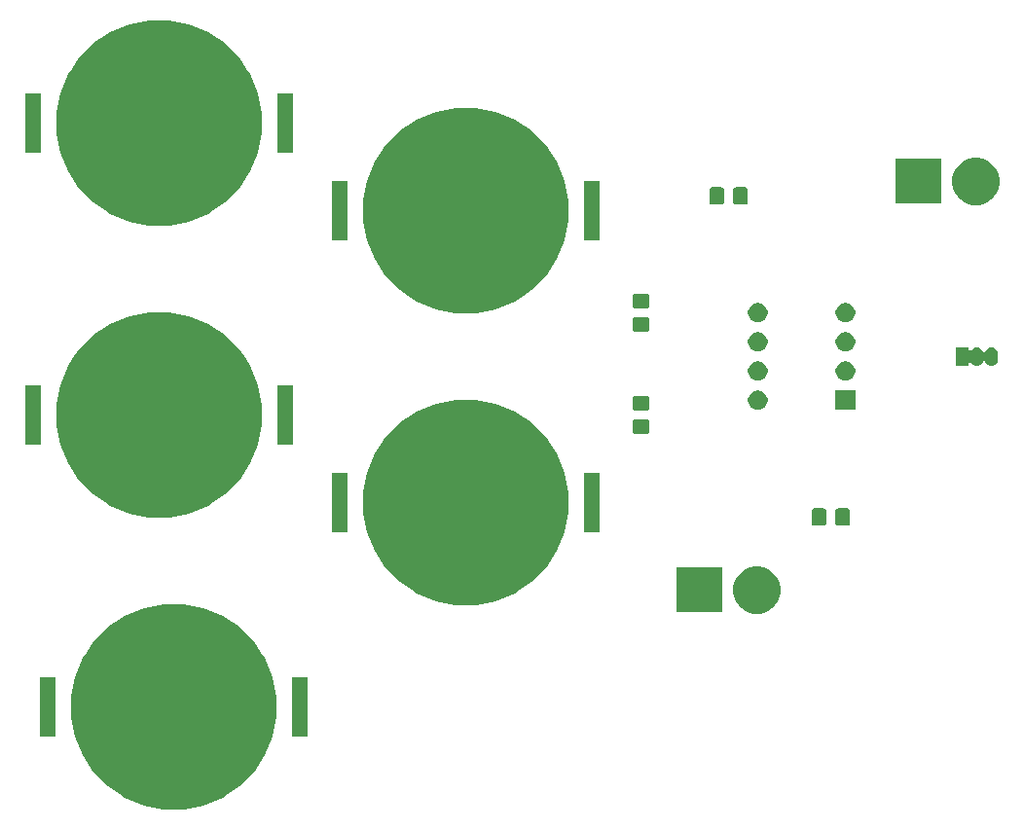
<source format=gbr>
G04 #@! TF.GenerationSoftware,KiCad,Pcbnew,(5.1.5-0-10_14)*
G04 #@! TF.CreationDate,2020-05-17T15:29:12+03:00*
G04 #@! TF.ProjectId,final,66696e61-6c2e-46b6-9963-61645f706362,rev?*
G04 #@! TF.SameCoordinates,Original*
G04 #@! TF.FileFunction,Soldermask,Top*
G04 #@! TF.FilePolarity,Negative*
%FSLAX46Y46*%
G04 Gerber Fmt 4.6, Leading zero omitted, Abs format (unit mm)*
G04 Created by KiCad (PCBNEW (5.1.5-0-10_14)) date 2020-05-17 15:29:12*
%MOMM*%
%LPD*%
G04 APERTURE LIST*
%ADD10C,0.100000*%
G04 APERTURE END LIST*
D10*
G36*
X104210909Y-122202981D02*
G01*
X105839887Y-122877726D01*
X105839888Y-122877727D01*
X107305930Y-123857304D01*
X108552696Y-125104070D01*
X109207228Y-126083648D01*
X109532274Y-126570113D01*
X110207019Y-128199091D01*
X110551000Y-129928402D01*
X110551000Y-131691598D01*
X110207019Y-133420909D01*
X109532274Y-135049887D01*
X109532273Y-135049888D01*
X108552696Y-136515930D01*
X107305930Y-137762696D01*
X106326352Y-138417228D01*
X105839887Y-138742274D01*
X104210909Y-139417019D01*
X102481598Y-139761000D01*
X100718402Y-139761000D01*
X98989091Y-139417019D01*
X97360113Y-138742274D01*
X96873648Y-138417228D01*
X95894070Y-137762696D01*
X94647304Y-136515930D01*
X93667727Y-135049888D01*
X93667726Y-135049887D01*
X92992981Y-133420909D01*
X92649000Y-131691598D01*
X92649000Y-129928402D01*
X92992981Y-128199091D01*
X93667726Y-126570113D01*
X93992772Y-126083648D01*
X94647304Y-125104070D01*
X95894070Y-123857304D01*
X97360112Y-122877727D01*
X97360113Y-122877726D01*
X98989091Y-122202981D01*
X100718402Y-121859000D01*
X102481598Y-121859000D01*
X104210909Y-122202981D01*
G37*
G36*
X113271000Y-133401000D02*
G01*
X111899000Y-133401000D01*
X111899000Y-128219000D01*
X113271000Y-128219000D01*
X113271000Y-133401000D01*
G37*
G36*
X91301000Y-133401000D02*
G01*
X89929000Y-133401000D01*
X89929000Y-128219000D01*
X91301000Y-128219000D01*
X91301000Y-133401000D01*
G37*
G36*
X152918254Y-118677818D02*
G01*
X153291511Y-118832426D01*
X153291513Y-118832427D01*
X153627436Y-119056884D01*
X153913116Y-119342564D01*
X154137574Y-119678489D01*
X154292182Y-120051746D01*
X154371000Y-120447993D01*
X154371000Y-120852007D01*
X154292182Y-121248254D01*
X154137574Y-121621511D01*
X154137573Y-121621513D01*
X153913116Y-121957436D01*
X153627436Y-122243116D01*
X153291513Y-122467573D01*
X153291512Y-122467574D01*
X153291511Y-122467574D01*
X152918254Y-122622182D01*
X152522007Y-122701000D01*
X152117993Y-122701000D01*
X151721746Y-122622182D01*
X151348489Y-122467574D01*
X151348488Y-122467574D01*
X151348487Y-122467573D01*
X151012564Y-122243116D01*
X150726884Y-121957436D01*
X150502427Y-121621513D01*
X150502426Y-121621511D01*
X150347818Y-121248254D01*
X150269000Y-120852007D01*
X150269000Y-120447993D01*
X150347818Y-120051746D01*
X150502426Y-119678489D01*
X150726884Y-119342564D01*
X151012564Y-119056884D01*
X151348487Y-118832427D01*
X151348489Y-118832426D01*
X151721746Y-118677818D01*
X152117993Y-118599000D01*
X152522007Y-118599000D01*
X152918254Y-118677818D01*
G37*
G36*
X149271000Y-122601000D02*
G01*
X145369000Y-122601000D01*
X145369000Y-118699000D01*
X149271000Y-118699000D01*
X149271000Y-122601000D01*
G37*
G36*
X129610909Y-104422981D02*
G01*
X131239887Y-105097726D01*
X131239888Y-105097727D01*
X132705930Y-106077304D01*
X133952696Y-107324070D01*
X134405006Y-108001000D01*
X134932274Y-108790113D01*
X135607019Y-110419091D01*
X135951000Y-112148402D01*
X135951000Y-113911598D01*
X135607019Y-115640909D01*
X134932274Y-117269887D01*
X134932273Y-117269888D01*
X133952696Y-118735930D01*
X132705930Y-119982696D01*
X131726352Y-120637228D01*
X131239887Y-120962274D01*
X129610909Y-121637019D01*
X127881598Y-121981000D01*
X126118402Y-121981000D01*
X124389091Y-121637019D01*
X122760113Y-120962274D01*
X122273648Y-120637228D01*
X121294070Y-119982696D01*
X120047304Y-118735930D01*
X119067727Y-117269888D01*
X119067726Y-117269887D01*
X118392981Y-115640909D01*
X118049000Y-113911598D01*
X118049000Y-112148402D01*
X118392981Y-110419091D01*
X119067726Y-108790113D01*
X119594994Y-108001000D01*
X120047304Y-107324070D01*
X121294070Y-106077304D01*
X122760112Y-105097727D01*
X122760113Y-105097726D01*
X124389091Y-104422981D01*
X126118402Y-104079000D01*
X127881598Y-104079000D01*
X129610909Y-104422981D01*
G37*
G36*
X138671000Y-115621000D02*
G01*
X137299000Y-115621000D01*
X137299000Y-110439000D01*
X138671000Y-110439000D01*
X138671000Y-115621000D01*
G37*
G36*
X116701000Y-115621000D02*
G01*
X115329000Y-115621000D01*
X115329000Y-110439000D01*
X116701000Y-110439000D01*
X116701000Y-115621000D01*
G37*
G36*
X160238674Y-113553465D02*
G01*
X160276367Y-113564899D01*
X160311103Y-113583466D01*
X160341548Y-113608452D01*
X160366534Y-113638897D01*
X160385101Y-113673633D01*
X160396535Y-113711326D01*
X160401000Y-113756661D01*
X160401000Y-114843339D01*
X160396535Y-114888674D01*
X160385101Y-114926367D01*
X160366534Y-114961103D01*
X160341548Y-114991548D01*
X160311103Y-115016534D01*
X160276367Y-115035101D01*
X160238674Y-115046535D01*
X160193339Y-115051000D01*
X159356661Y-115051000D01*
X159311326Y-115046535D01*
X159273633Y-115035101D01*
X159238897Y-115016534D01*
X159208452Y-114991548D01*
X159183466Y-114961103D01*
X159164899Y-114926367D01*
X159153465Y-114888674D01*
X159149000Y-114843339D01*
X159149000Y-113756661D01*
X159153465Y-113711326D01*
X159164899Y-113673633D01*
X159183466Y-113638897D01*
X159208452Y-113608452D01*
X159238897Y-113583466D01*
X159273633Y-113564899D01*
X159311326Y-113553465D01*
X159356661Y-113549000D01*
X160193339Y-113549000D01*
X160238674Y-113553465D01*
G37*
G36*
X158188674Y-113553465D02*
G01*
X158226367Y-113564899D01*
X158261103Y-113583466D01*
X158291548Y-113608452D01*
X158316534Y-113638897D01*
X158335101Y-113673633D01*
X158346535Y-113711326D01*
X158351000Y-113756661D01*
X158351000Y-114843339D01*
X158346535Y-114888674D01*
X158335101Y-114926367D01*
X158316534Y-114961103D01*
X158291548Y-114991548D01*
X158261103Y-115016534D01*
X158226367Y-115035101D01*
X158188674Y-115046535D01*
X158143339Y-115051000D01*
X157306661Y-115051000D01*
X157261326Y-115046535D01*
X157223633Y-115035101D01*
X157188897Y-115016534D01*
X157158452Y-114991548D01*
X157133466Y-114961103D01*
X157114899Y-114926367D01*
X157103465Y-114888674D01*
X157099000Y-114843339D01*
X157099000Y-113756661D01*
X157103465Y-113711326D01*
X157114899Y-113673633D01*
X157133466Y-113638897D01*
X157158452Y-113608452D01*
X157188897Y-113583466D01*
X157223633Y-113564899D01*
X157261326Y-113553465D01*
X157306661Y-113549000D01*
X158143339Y-113549000D01*
X158188674Y-113553465D01*
G37*
G36*
X102940909Y-96802981D02*
G01*
X104569887Y-97477726D01*
X104569888Y-97477727D01*
X106035930Y-98457304D01*
X107282696Y-99704070D01*
X107870170Y-100583288D01*
X108262274Y-101170113D01*
X108937019Y-102799091D01*
X109281000Y-104528402D01*
X109281000Y-106291598D01*
X108937019Y-108020909D01*
X108262274Y-109649887D01*
X108262273Y-109649888D01*
X107282696Y-111115930D01*
X106035930Y-112362696D01*
X105056352Y-113017228D01*
X104569887Y-113342274D01*
X102940909Y-114017019D01*
X101211598Y-114361000D01*
X99448402Y-114361000D01*
X97719091Y-114017019D01*
X96090113Y-113342274D01*
X95603648Y-113017228D01*
X94624070Y-112362696D01*
X93377304Y-111115930D01*
X92397727Y-109649888D01*
X92397726Y-109649887D01*
X91722981Y-108020909D01*
X91379000Y-106291598D01*
X91379000Y-104528402D01*
X91722981Y-102799091D01*
X92397726Y-101170113D01*
X92789830Y-100583288D01*
X93377304Y-99704070D01*
X94624070Y-98457304D01*
X96090112Y-97477727D01*
X96090113Y-97477726D01*
X97719091Y-96802981D01*
X99448402Y-96459000D01*
X101211598Y-96459000D01*
X102940909Y-96802981D01*
G37*
G36*
X112001000Y-108001000D02*
G01*
X110629000Y-108001000D01*
X110629000Y-102819000D01*
X112001000Y-102819000D01*
X112001000Y-108001000D01*
G37*
G36*
X90031000Y-108001000D02*
G01*
X88659000Y-108001000D01*
X88659000Y-102819000D01*
X90031000Y-102819000D01*
X90031000Y-108001000D01*
G37*
G36*
X142828674Y-105813465D02*
G01*
X142866367Y-105824899D01*
X142901103Y-105843466D01*
X142931548Y-105868452D01*
X142956534Y-105898897D01*
X142975101Y-105933633D01*
X142986535Y-105971326D01*
X142991000Y-106016661D01*
X142991000Y-106853339D01*
X142986535Y-106898674D01*
X142975101Y-106936367D01*
X142956534Y-106971103D01*
X142931548Y-107001548D01*
X142901103Y-107026534D01*
X142866367Y-107045101D01*
X142828674Y-107056535D01*
X142783339Y-107061000D01*
X141696661Y-107061000D01*
X141651326Y-107056535D01*
X141613633Y-107045101D01*
X141578897Y-107026534D01*
X141548452Y-107001548D01*
X141523466Y-106971103D01*
X141504899Y-106936367D01*
X141493465Y-106898674D01*
X141489000Y-106853339D01*
X141489000Y-106016661D01*
X141493465Y-105971326D01*
X141504899Y-105933633D01*
X141523466Y-105898897D01*
X141548452Y-105868452D01*
X141578897Y-105843466D01*
X141613633Y-105824899D01*
X141651326Y-105813465D01*
X141696661Y-105809000D01*
X142783339Y-105809000D01*
X142828674Y-105813465D01*
G37*
G36*
X142828674Y-103763465D02*
G01*
X142866367Y-103774899D01*
X142901103Y-103793466D01*
X142931548Y-103818452D01*
X142956534Y-103848897D01*
X142975101Y-103883633D01*
X142986535Y-103921326D01*
X142991000Y-103966661D01*
X142991000Y-104803339D01*
X142986535Y-104848674D01*
X142975101Y-104886367D01*
X142956534Y-104921103D01*
X142931548Y-104951548D01*
X142901103Y-104976534D01*
X142866367Y-104995101D01*
X142828674Y-105006535D01*
X142783339Y-105011000D01*
X141696661Y-105011000D01*
X141651326Y-105006535D01*
X141613633Y-104995101D01*
X141578897Y-104976534D01*
X141548452Y-104951548D01*
X141523466Y-104921103D01*
X141504899Y-104886367D01*
X141493465Y-104848674D01*
X141489000Y-104803339D01*
X141489000Y-103966661D01*
X141493465Y-103921326D01*
X141504899Y-103883633D01*
X141523466Y-103848897D01*
X141548452Y-103818452D01*
X141578897Y-103793466D01*
X141613633Y-103774899D01*
X141651326Y-103763465D01*
X141696661Y-103759000D01*
X142783339Y-103759000D01*
X142828674Y-103763465D01*
G37*
G36*
X160871000Y-104991000D02*
G01*
X159169000Y-104991000D01*
X159169000Y-103289000D01*
X160871000Y-103289000D01*
X160871000Y-104991000D01*
G37*
G36*
X152648228Y-103321703D02*
G01*
X152803100Y-103385853D01*
X152942481Y-103478985D01*
X153061015Y-103597519D01*
X153154147Y-103736900D01*
X153218297Y-103891772D01*
X153251000Y-104056184D01*
X153251000Y-104223816D01*
X153218297Y-104388228D01*
X153154147Y-104543100D01*
X153061015Y-104682481D01*
X152942481Y-104801015D01*
X152803100Y-104894147D01*
X152648228Y-104958297D01*
X152483816Y-104991000D01*
X152316184Y-104991000D01*
X152151772Y-104958297D01*
X151996900Y-104894147D01*
X151857519Y-104801015D01*
X151738985Y-104682481D01*
X151645853Y-104543100D01*
X151581703Y-104388228D01*
X151549000Y-104223816D01*
X151549000Y-104056184D01*
X151581703Y-103891772D01*
X151645853Y-103736900D01*
X151738985Y-103597519D01*
X151857519Y-103478985D01*
X151996900Y-103385853D01*
X152151772Y-103321703D01*
X152316184Y-103289000D01*
X152483816Y-103289000D01*
X152648228Y-103321703D01*
G37*
G36*
X160268228Y-100781703D02*
G01*
X160423100Y-100845853D01*
X160562481Y-100938985D01*
X160681015Y-101057519D01*
X160774147Y-101196900D01*
X160838297Y-101351772D01*
X160871000Y-101516184D01*
X160871000Y-101683816D01*
X160838297Y-101848228D01*
X160774147Y-102003100D01*
X160681015Y-102142481D01*
X160562481Y-102261015D01*
X160423100Y-102354147D01*
X160268228Y-102418297D01*
X160103816Y-102451000D01*
X159936184Y-102451000D01*
X159771772Y-102418297D01*
X159616900Y-102354147D01*
X159477519Y-102261015D01*
X159358985Y-102142481D01*
X159265853Y-102003100D01*
X159201703Y-101848228D01*
X159169000Y-101683816D01*
X159169000Y-101516184D01*
X159201703Y-101351772D01*
X159265853Y-101196900D01*
X159358985Y-101057519D01*
X159477519Y-100938985D01*
X159616900Y-100845853D01*
X159771772Y-100781703D01*
X159936184Y-100749000D01*
X160103816Y-100749000D01*
X160268228Y-100781703D01*
G37*
G36*
X152648228Y-100781703D02*
G01*
X152803100Y-100845853D01*
X152942481Y-100938985D01*
X153061015Y-101057519D01*
X153154147Y-101196900D01*
X153218297Y-101351772D01*
X153251000Y-101516184D01*
X153251000Y-101683816D01*
X153218297Y-101848228D01*
X153154147Y-102003100D01*
X153061015Y-102142481D01*
X152942481Y-102261015D01*
X152803100Y-102354147D01*
X152648228Y-102418297D01*
X152483816Y-102451000D01*
X152316184Y-102451000D01*
X152151772Y-102418297D01*
X151996900Y-102354147D01*
X151857519Y-102261015D01*
X151738985Y-102142481D01*
X151645853Y-102003100D01*
X151581703Y-101848228D01*
X151549000Y-101683816D01*
X151549000Y-101516184D01*
X151581703Y-101351772D01*
X151645853Y-101196900D01*
X151738985Y-101057519D01*
X151857519Y-100938985D01*
X151996900Y-100845853D01*
X152151772Y-100781703D01*
X152316184Y-100749000D01*
X152483816Y-100749000D01*
X152648228Y-100781703D01*
G37*
G36*
X172832915Y-99537334D02*
G01*
X172941491Y-99570271D01*
X172941494Y-99570272D01*
X172977600Y-99589571D01*
X173041556Y-99623756D01*
X173129264Y-99695736D01*
X173201244Y-99783443D01*
X173235429Y-99847399D01*
X173254728Y-99883505D01*
X173254729Y-99883508D01*
X173287666Y-99992084D01*
X173296000Y-100076702D01*
X173296000Y-100583297D01*
X173287666Y-100667916D01*
X173255252Y-100774767D01*
X173254728Y-100776495D01*
X173251944Y-100781703D01*
X173201244Y-100876557D01*
X173129264Y-100964264D01*
X173041557Y-101036244D01*
X172977601Y-101070429D01*
X172941495Y-101089728D01*
X172941492Y-101089729D01*
X172832916Y-101122666D01*
X172720000Y-101133787D01*
X172607085Y-101122666D01*
X172498509Y-101089729D01*
X172498506Y-101089728D01*
X172462400Y-101070429D01*
X172398444Y-101036244D01*
X172310737Y-100964264D01*
X172238757Y-100876557D01*
X172195239Y-100795141D01*
X172181625Y-100774766D01*
X172164298Y-100757439D01*
X172143924Y-100743826D01*
X172121285Y-100734448D01*
X172097252Y-100729668D01*
X172072748Y-100729668D01*
X172048715Y-100734448D01*
X172026076Y-100743826D01*
X172005701Y-100757440D01*
X171988374Y-100774767D01*
X171974761Y-100795141D01*
X171931244Y-100876557D01*
X171859264Y-100964264D01*
X171771557Y-101036244D01*
X171707601Y-101070429D01*
X171671495Y-101089728D01*
X171671492Y-101089729D01*
X171562916Y-101122666D01*
X171450000Y-101133787D01*
X171337085Y-101122666D01*
X171228509Y-101089729D01*
X171228506Y-101089728D01*
X171192400Y-101070429D01*
X171128444Y-101036244D01*
X171040737Y-100964264D01*
X170977622Y-100887359D01*
X170960297Y-100870034D01*
X170939923Y-100856420D01*
X170917284Y-100847043D01*
X170893250Y-100842263D01*
X170868746Y-100842263D01*
X170844713Y-100847044D01*
X170822074Y-100856421D01*
X170801700Y-100870035D01*
X170784373Y-100887362D01*
X170770759Y-100907736D01*
X170761382Y-100930375D01*
X170756000Y-100966660D01*
X170756000Y-101131000D01*
X169604000Y-101131000D01*
X169604000Y-99529000D01*
X170756000Y-99529000D01*
X170756000Y-99693341D01*
X170758402Y-99717727D01*
X170765515Y-99741176D01*
X170777066Y-99762787D01*
X170792611Y-99781729D01*
X170811553Y-99797274D01*
X170833164Y-99808825D01*
X170856613Y-99815938D01*
X170880999Y-99818340D01*
X170905385Y-99815938D01*
X170928834Y-99808825D01*
X170950445Y-99797274D01*
X170969387Y-99781729D01*
X170977608Y-99772657D01*
X171040736Y-99695736D01*
X171128443Y-99623756D01*
X171192399Y-99589571D01*
X171228505Y-99570272D01*
X171228508Y-99570271D01*
X171337084Y-99537334D01*
X171450000Y-99526213D01*
X171562915Y-99537334D01*
X171671491Y-99570271D01*
X171671494Y-99570272D01*
X171707600Y-99589571D01*
X171771556Y-99623756D01*
X171859264Y-99695736D01*
X171931244Y-99783443D01*
X171974761Y-99864859D01*
X171988375Y-99885234D01*
X172005702Y-99902561D01*
X172026076Y-99916174D01*
X172048715Y-99925552D01*
X172072748Y-99930332D01*
X172097252Y-99930332D01*
X172121285Y-99925552D01*
X172143924Y-99916174D01*
X172164299Y-99902560D01*
X172181626Y-99885233D01*
X172195239Y-99864860D01*
X172238756Y-99783444D01*
X172310736Y-99695736D01*
X172398443Y-99623756D01*
X172462399Y-99589571D01*
X172498505Y-99570272D01*
X172498508Y-99570271D01*
X172607084Y-99537334D01*
X172720000Y-99526213D01*
X172832915Y-99537334D01*
G37*
G36*
X160268228Y-98241703D02*
G01*
X160423100Y-98305853D01*
X160562481Y-98398985D01*
X160681015Y-98517519D01*
X160774147Y-98656900D01*
X160838297Y-98811772D01*
X160871000Y-98976184D01*
X160871000Y-99143816D01*
X160838297Y-99308228D01*
X160774147Y-99463100D01*
X160681015Y-99602481D01*
X160562481Y-99721015D01*
X160423100Y-99814147D01*
X160268228Y-99878297D01*
X160103816Y-99911000D01*
X159936184Y-99911000D01*
X159771772Y-99878297D01*
X159616900Y-99814147D01*
X159477519Y-99721015D01*
X159358985Y-99602481D01*
X159265853Y-99463100D01*
X159201703Y-99308228D01*
X159169000Y-99143816D01*
X159169000Y-98976184D01*
X159201703Y-98811772D01*
X159265853Y-98656900D01*
X159358985Y-98517519D01*
X159477519Y-98398985D01*
X159616900Y-98305853D01*
X159771772Y-98241703D01*
X159936184Y-98209000D01*
X160103816Y-98209000D01*
X160268228Y-98241703D01*
G37*
G36*
X152648228Y-98241703D02*
G01*
X152803100Y-98305853D01*
X152942481Y-98398985D01*
X153061015Y-98517519D01*
X153154147Y-98656900D01*
X153218297Y-98811772D01*
X153251000Y-98976184D01*
X153251000Y-99143816D01*
X153218297Y-99308228D01*
X153154147Y-99463100D01*
X153061015Y-99602481D01*
X152942481Y-99721015D01*
X152803100Y-99814147D01*
X152648228Y-99878297D01*
X152483816Y-99911000D01*
X152316184Y-99911000D01*
X152151772Y-99878297D01*
X151996900Y-99814147D01*
X151857519Y-99721015D01*
X151738985Y-99602481D01*
X151645853Y-99463100D01*
X151581703Y-99308228D01*
X151549000Y-99143816D01*
X151549000Y-98976184D01*
X151581703Y-98811772D01*
X151645853Y-98656900D01*
X151738985Y-98517519D01*
X151857519Y-98398985D01*
X151996900Y-98305853D01*
X152151772Y-98241703D01*
X152316184Y-98209000D01*
X152483816Y-98209000D01*
X152648228Y-98241703D01*
G37*
G36*
X142828674Y-96923465D02*
G01*
X142866367Y-96934899D01*
X142901103Y-96953466D01*
X142931548Y-96978452D01*
X142956534Y-97008897D01*
X142975101Y-97043633D01*
X142986535Y-97081326D01*
X142991000Y-97126661D01*
X142991000Y-97963339D01*
X142986535Y-98008674D01*
X142975101Y-98046367D01*
X142956534Y-98081103D01*
X142931548Y-98111548D01*
X142901103Y-98136534D01*
X142866367Y-98155101D01*
X142828674Y-98166535D01*
X142783339Y-98171000D01*
X141696661Y-98171000D01*
X141651326Y-98166535D01*
X141613633Y-98155101D01*
X141578897Y-98136534D01*
X141548452Y-98111548D01*
X141523466Y-98081103D01*
X141504899Y-98046367D01*
X141493465Y-98008674D01*
X141489000Y-97963339D01*
X141489000Y-97126661D01*
X141493465Y-97081326D01*
X141504899Y-97043633D01*
X141523466Y-97008897D01*
X141548452Y-96978452D01*
X141578897Y-96953466D01*
X141613633Y-96934899D01*
X141651326Y-96923465D01*
X141696661Y-96919000D01*
X142783339Y-96919000D01*
X142828674Y-96923465D01*
G37*
G36*
X152648228Y-95701703D02*
G01*
X152803100Y-95765853D01*
X152942481Y-95858985D01*
X153061015Y-95977519D01*
X153154147Y-96116900D01*
X153218297Y-96271772D01*
X153251000Y-96436184D01*
X153251000Y-96603816D01*
X153218297Y-96768228D01*
X153154147Y-96923100D01*
X153061015Y-97062481D01*
X152942481Y-97181015D01*
X152803100Y-97274147D01*
X152648228Y-97338297D01*
X152483816Y-97371000D01*
X152316184Y-97371000D01*
X152151772Y-97338297D01*
X151996900Y-97274147D01*
X151857519Y-97181015D01*
X151738985Y-97062481D01*
X151645853Y-96923100D01*
X151581703Y-96768228D01*
X151549000Y-96603816D01*
X151549000Y-96436184D01*
X151581703Y-96271772D01*
X151645853Y-96116900D01*
X151738985Y-95977519D01*
X151857519Y-95858985D01*
X151996900Y-95765853D01*
X152151772Y-95701703D01*
X152316184Y-95669000D01*
X152483816Y-95669000D01*
X152648228Y-95701703D01*
G37*
G36*
X160268228Y-95701703D02*
G01*
X160423100Y-95765853D01*
X160562481Y-95858985D01*
X160681015Y-95977519D01*
X160774147Y-96116900D01*
X160838297Y-96271772D01*
X160871000Y-96436184D01*
X160871000Y-96603816D01*
X160838297Y-96768228D01*
X160774147Y-96923100D01*
X160681015Y-97062481D01*
X160562481Y-97181015D01*
X160423100Y-97274147D01*
X160268228Y-97338297D01*
X160103816Y-97371000D01*
X159936184Y-97371000D01*
X159771772Y-97338297D01*
X159616900Y-97274147D01*
X159477519Y-97181015D01*
X159358985Y-97062481D01*
X159265853Y-96923100D01*
X159201703Y-96768228D01*
X159169000Y-96603816D01*
X159169000Y-96436184D01*
X159201703Y-96271772D01*
X159265853Y-96116900D01*
X159358985Y-95977519D01*
X159477519Y-95858985D01*
X159616900Y-95765853D01*
X159771772Y-95701703D01*
X159936184Y-95669000D01*
X160103816Y-95669000D01*
X160268228Y-95701703D01*
G37*
G36*
X129610909Y-79022981D02*
G01*
X131239887Y-79697726D01*
X131239888Y-79697727D01*
X132705930Y-80677304D01*
X133952696Y-81924070D01*
X134405006Y-82601000D01*
X134932274Y-83390113D01*
X135607019Y-85019091D01*
X135951000Y-86748402D01*
X135951000Y-88511598D01*
X135607019Y-90240909D01*
X134932274Y-91869887D01*
X134932273Y-91869888D01*
X133952696Y-93335930D01*
X132705930Y-94582696D01*
X132034507Y-95031326D01*
X131239887Y-95562274D01*
X129610909Y-96237019D01*
X127881598Y-96581000D01*
X126118402Y-96581000D01*
X124389091Y-96237019D01*
X122760113Y-95562274D01*
X121965493Y-95031326D01*
X121294070Y-94582696D01*
X120047304Y-93335930D01*
X119067727Y-91869888D01*
X119067726Y-91869887D01*
X118392981Y-90240909D01*
X118049000Y-88511598D01*
X118049000Y-86748402D01*
X118392981Y-85019091D01*
X119067726Y-83390113D01*
X119594994Y-82601000D01*
X120047304Y-81924070D01*
X121294070Y-80677304D01*
X122760112Y-79697727D01*
X122760113Y-79697726D01*
X124389091Y-79022981D01*
X126118402Y-78679000D01*
X127881598Y-78679000D01*
X129610909Y-79022981D01*
G37*
G36*
X142828674Y-94873465D02*
G01*
X142866367Y-94884899D01*
X142901103Y-94903466D01*
X142931548Y-94928452D01*
X142956534Y-94958897D01*
X142975101Y-94993633D01*
X142986535Y-95031326D01*
X142991000Y-95076661D01*
X142991000Y-95913339D01*
X142986535Y-95958674D01*
X142975101Y-95996367D01*
X142956534Y-96031103D01*
X142931548Y-96061548D01*
X142901103Y-96086534D01*
X142866367Y-96105101D01*
X142828674Y-96116535D01*
X142783339Y-96121000D01*
X141696661Y-96121000D01*
X141651326Y-96116535D01*
X141613633Y-96105101D01*
X141578897Y-96086534D01*
X141548452Y-96061548D01*
X141523466Y-96031103D01*
X141504899Y-95996367D01*
X141493465Y-95958674D01*
X141489000Y-95913339D01*
X141489000Y-95076661D01*
X141493465Y-95031326D01*
X141504899Y-94993633D01*
X141523466Y-94958897D01*
X141548452Y-94928452D01*
X141578897Y-94903466D01*
X141613633Y-94884899D01*
X141651326Y-94873465D01*
X141696661Y-94869000D01*
X142783339Y-94869000D01*
X142828674Y-94873465D01*
G37*
G36*
X138671000Y-90221000D02*
G01*
X137299000Y-90221000D01*
X137299000Y-85039000D01*
X138671000Y-85039000D01*
X138671000Y-90221000D01*
G37*
G36*
X116701000Y-90221000D02*
G01*
X115329000Y-90221000D01*
X115329000Y-85039000D01*
X116701000Y-85039000D01*
X116701000Y-90221000D01*
G37*
G36*
X102940909Y-71402981D02*
G01*
X104569887Y-72077726D01*
X104569888Y-72077727D01*
X106035930Y-73057304D01*
X107282696Y-74304070D01*
X107937228Y-75283648D01*
X108262274Y-75770113D01*
X108937019Y-77399091D01*
X109281000Y-79128402D01*
X109281000Y-80891598D01*
X108937019Y-82620909D01*
X108262274Y-84249887D01*
X108100669Y-84491746D01*
X107282696Y-85715930D01*
X106035930Y-86962696D01*
X105056352Y-87617228D01*
X104569887Y-87942274D01*
X102940909Y-88617019D01*
X101211598Y-88961000D01*
X99448402Y-88961000D01*
X97719091Y-88617019D01*
X96090113Y-87942274D01*
X95603648Y-87617228D01*
X94624070Y-86962696D01*
X93377304Y-85715930D01*
X92559331Y-84491746D01*
X92397726Y-84249887D01*
X91722981Y-82620909D01*
X91379000Y-80891598D01*
X91379000Y-79128402D01*
X91722981Y-77399091D01*
X92397726Y-75770113D01*
X92722772Y-75283648D01*
X93377304Y-74304070D01*
X94624070Y-73057304D01*
X96090112Y-72077727D01*
X96090113Y-72077726D01*
X97719091Y-71402981D01*
X99448402Y-71059000D01*
X101211598Y-71059000D01*
X102940909Y-71402981D01*
G37*
G36*
X171968254Y-83117818D02*
G01*
X172341511Y-83272426D01*
X172341513Y-83272427D01*
X172517642Y-83390113D01*
X172677436Y-83496884D01*
X172963116Y-83782564D01*
X173187574Y-84118489D01*
X173342182Y-84491746D01*
X173421000Y-84887993D01*
X173421000Y-85292007D01*
X173342182Y-85688254D01*
X173323385Y-85733633D01*
X173187573Y-86061513D01*
X172963116Y-86397436D01*
X172677436Y-86683116D01*
X172341513Y-86907573D01*
X172341512Y-86907574D01*
X172341511Y-86907574D01*
X171968254Y-87062182D01*
X171572007Y-87141000D01*
X171167993Y-87141000D01*
X170771746Y-87062182D01*
X170398489Y-86907574D01*
X170398488Y-86907574D01*
X170398487Y-86907573D01*
X170062564Y-86683116D01*
X169776884Y-86397436D01*
X169552427Y-86061513D01*
X169416615Y-85733633D01*
X169397818Y-85688254D01*
X169319000Y-85292007D01*
X169319000Y-84887993D01*
X169397818Y-84491746D01*
X169552426Y-84118489D01*
X169776884Y-83782564D01*
X170062564Y-83496884D01*
X170222358Y-83390113D01*
X170398487Y-83272427D01*
X170398489Y-83272426D01*
X170771746Y-83117818D01*
X171167993Y-83039000D01*
X171572007Y-83039000D01*
X171968254Y-83117818D01*
G37*
G36*
X149298674Y-85613465D02*
G01*
X149336367Y-85624899D01*
X149371103Y-85643466D01*
X149401548Y-85668452D01*
X149426534Y-85698897D01*
X149445101Y-85733633D01*
X149456535Y-85771326D01*
X149461000Y-85816661D01*
X149461000Y-86903339D01*
X149456535Y-86948674D01*
X149445101Y-86986367D01*
X149426534Y-87021103D01*
X149401548Y-87051548D01*
X149371103Y-87076534D01*
X149336367Y-87095101D01*
X149298674Y-87106535D01*
X149253339Y-87111000D01*
X148416661Y-87111000D01*
X148371326Y-87106535D01*
X148333633Y-87095101D01*
X148298897Y-87076534D01*
X148268452Y-87051548D01*
X148243466Y-87021103D01*
X148224899Y-86986367D01*
X148213465Y-86948674D01*
X148209000Y-86903339D01*
X148209000Y-85816661D01*
X148213465Y-85771326D01*
X148224899Y-85733633D01*
X148243466Y-85698897D01*
X148268452Y-85668452D01*
X148298897Y-85643466D01*
X148333633Y-85624899D01*
X148371326Y-85613465D01*
X148416661Y-85609000D01*
X149253339Y-85609000D01*
X149298674Y-85613465D01*
G37*
G36*
X151348674Y-85613465D02*
G01*
X151386367Y-85624899D01*
X151421103Y-85643466D01*
X151451548Y-85668452D01*
X151476534Y-85698897D01*
X151495101Y-85733633D01*
X151506535Y-85771326D01*
X151511000Y-85816661D01*
X151511000Y-86903339D01*
X151506535Y-86948674D01*
X151495101Y-86986367D01*
X151476534Y-87021103D01*
X151451548Y-87051548D01*
X151421103Y-87076534D01*
X151386367Y-87095101D01*
X151348674Y-87106535D01*
X151303339Y-87111000D01*
X150466661Y-87111000D01*
X150421326Y-87106535D01*
X150383633Y-87095101D01*
X150348897Y-87076534D01*
X150318452Y-87051548D01*
X150293466Y-87021103D01*
X150274899Y-86986367D01*
X150263465Y-86948674D01*
X150259000Y-86903339D01*
X150259000Y-85816661D01*
X150263465Y-85771326D01*
X150274899Y-85733633D01*
X150293466Y-85698897D01*
X150318452Y-85668452D01*
X150348897Y-85643466D01*
X150383633Y-85624899D01*
X150421326Y-85613465D01*
X150466661Y-85609000D01*
X151303339Y-85609000D01*
X151348674Y-85613465D01*
G37*
G36*
X168321000Y-87041000D02*
G01*
X164419000Y-87041000D01*
X164419000Y-83139000D01*
X168321000Y-83139000D01*
X168321000Y-87041000D01*
G37*
G36*
X90031000Y-82601000D02*
G01*
X88659000Y-82601000D01*
X88659000Y-77419000D01*
X90031000Y-77419000D01*
X90031000Y-82601000D01*
G37*
G36*
X112001000Y-82601000D02*
G01*
X110629000Y-82601000D01*
X110629000Y-77419000D01*
X112001000Y-77419000D01*
X112001000Y-82601000D01*
G37*
M02*

</source>
